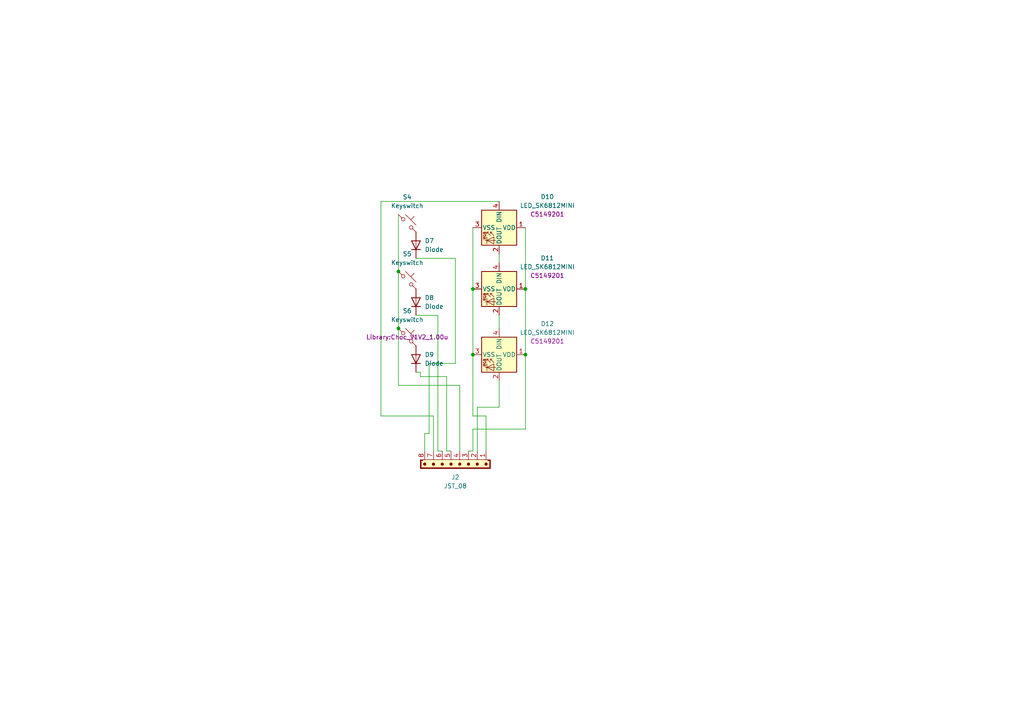
<source format=kicad_sch>
(kicad_sch (version 20250114) (generator "eeschema") (generator_version "9.0")
  (paper "A4")
  (lib_symbols
    (symbol "PCM_SL_Connectors:JST_08"
      (property "Reference" "J" (at 0 15.24 0))
      (property "Value" "JST_08" (at 0 12.7 0))
      (symbol "JST_08_0_1"
        (rectangle (start -1.27 10.16) (end 1.27 -10.16) (fill (type background)))
        (polyline (pts (xy -1.27 -9.398) (xy -1.27 -10.16) (xy 1.27 -10.16) (xy 1.27 -9.398) (xy 1.016 -9.398) (xy 1.016 -9.906) (xy -1.016 -9.906) (xy -1.016 -9.398) (xy -1.27 -9.398)) (fill (type outline)))
        (circle (center 0 8.89) (radius 0.381) (fill (type outline)))
        (circle (center 0 6.35) (radius 0.381) (fill (type outline)))
        (circle (center 0 3.81) (radius 0.381) (fill (type outline)))
        (circle (center 0 1.27) (radius 0.381) (fill (type outline)))
        (circle (center 0 -1.27) (radius 0.381) (fill (type outline)))
        (circle (center 0 -3.81) (radius 0.381) (fill (type outline)))
        (circle (center 0 -6.35) (radius 0.381) (fill (type outline)))
        (circle (center 0 -8.89) (radius 0.381) (fill (type outline)))
        (rectangle (start 1.016 9.398) (end 1.27 -9.398) (fill (type outline)))
        (rectangle (start 1.016 -4.318) (end 1.27 -4.318))
        (polyline (pts (xy 1.27 9.398) (xy 1.27 10.16) (xy -1.27 10.16) (xy -1.27 9.398) (xy -1.016 9.398) (xy -1.016 9.906) (xy 1.016 9.906) (xy 1.016 9.398) (xy 1.27 9.398)) (fill (type outline)))
      )
      (symbol "JST_08_1_1"
        (pin passive line (at -3.81 8.89 0) (length 2.54) (name "") (number "1"))
        (pin passive line (at -3.81 6.35 0) (length 2.54) (name "") (number "2"))
        (pin passive line (at -3.81 3.81 0) (length 2.54) (name "") (number "3"))
        (pin passive line (at -3.81 1.27 0) (length 2.54) (name "") (number "4"))
        (pin passive line (at -3.81 -1.27 0) (length 2.54) (name "") (number "5"))
        (pin passive line (at -3.81 -3.81 0) (length 2.54) (name "") (number "6"))
        (pin passive line (at -3.81 -6.35 0) (length 2.54) (name "") (number "7"))
        (pin passive line (at -3.81 -8.89 0) (length 2.54) (name "") (number "8"))
      )
    )
    (symbol "ScottoKeebs:LED_SK6812MINI" (pin_names (offset 0.254))
      (property "Reference" "D" (at 2.032 5.588 0))
      (property "Value" "LED_SK6812MINI" (at 1.27 -5.715 0))
      (property "LCSC" "C5149201" (at 0 0 0))
      (symbol "LED_SK6812MINI_0_0"
        (text "RGB" (at 2.286 -4.191 0) (effects (font (size 0.762 0.762))))
      )
      (symbol "LED_SK6812MINI_0_1"
        (rectangle (start -5.08 5.08) (end 5.08 -5.08) (stroke (width 0.254)) (fill (type background)))
        (polyline (pts (xy 1.27 -2.54) (xy 1.778 -2.54)))
        (polyline (pts (xy 1.27 -3.556) (xy 1.778 -3.556)))
        (polyline (pts (xy 2.286 -1.524) (xy 1.27 -2.54) (xy 1.27 -2.032)))
        (polyline (pts (xy 2.286 -2.54) (xy 1.27 -3.556) (xy 1.27 -3.048)))
        (polyline (pts (xy 3.683 -1.016) (xy 3.683 -3.556) (xy 3.683 -4.064)))
        (polyline (pts (xy 4.699 -1.524) (xy 2.667 -1.524) (xy 3.683 -3.556) (xy 4.699 -1.524)))
        (polyline (pts (xy 4.699 -3.556) (xy 2.667 -3.556)))
      )
      (symbol "LED_SK6812MINI_1_1"
        (pin input line (at -7.62 0 0) (length 2.54) (name "DIN") (number "4"))
        (pin power_in line (at 0 7.62 270) (length 2.54) (name "VDD") (number "1"))
        (pin power_in line (at 0 -7.62 90) (length 2.54) (name "VSS") (number "3"))
        (pin output line (at 7.62 0 180) (length 2.54) (name "DOUT") (number "2"))
      )
    )
    (symbol "ScottoKeebs:Placeholder_Diode" (pin_numbers (hide yes)) (pin_names (hide yes))
      (property "Reference" "D" (at 0 2.54 0))
      (property "Value" "Diode" (at 0 -2.54 0))
      (symbol "Placeholder_Diode_0_1"
        (polyline (pts (xy -1.27 1.27) (xy -1.27 -1.27)) (stroke (width 0.254)))
        (polyline (pts (xy 1.27 1.27) (xy 1.27 -1.27) (xy -1.27 0) (xy 1.27 1.27)) (stroke (width 0.254)))
        (polyline (pts (xy 1.27 0) (xy -1.27 0)))
      )
      (symbol "Placeholder_Diode_1_1"
        (pin passive line (at -3.81 0 0) (length 2.54) (name "K") (number "1"))
        (pin passive line (at 3.81 0 180) (length 2.54) (name "A") (number "2"))
      )
    )
    (symbol "ScottoKeebs:Placeholder_Keyswitch" (pin_numbers (hide yes)) (pin_names (offset 1.016) (hide yes))
      (property "Reference" "S" (at 3.048 1.016 0))
      (property "Value" "Keyswitch" (at 0 -3.81 0))
      (symbol "Placeholder_Keyswitch_0_1"
        (polyline (pts (xy -2.54 2.54) (xy -1.524 1.524) (xy -1.524 1.524)))
        (circle (center -1.1684 1.1684) (radius 0.508))
        (polyline (pts (xy -0.508 2.54) (xy 2.54 -0.508)))
        (polyline (pts (xy 1.016 1.016) (xy 2.032 2.032)))
        (circle (center 1.143 -1.1938) (radius 0.508))
        (polyline (pts (xy 1.524 -1.524) (xy 2.54 -2.54) (xy 2.54 -2.54) (xy 2.54 -2.54)))
        (pin passive line (at -2.54 2.54 0) (length 0) (name "1") (number "1"))
        (pin passive line (at 2.54 -2.54 180) (length 0) (name "2") (number "2"))
      )
    )
  )
  (junction (at 137.16 83.82))
  (junction (at 152.4 83.82))
  (junction (at 115.57 95.25))
  (junction (at 115.57 78.74))
  (junction (at 152.4 102.87))
  (junction (at 137.16 102.87))
  (wire (pts (xy 125.73 120.65) (xy 125.73 130.81)))
  (wire (pts (xy 115.57 78.74) (xy 115.57 95.25)))
  (wire (pts (xy 124.46 105.41) (xy 124.46 125.73)))
  (wire (pts (xy 110.49 58.42) (xy 110.49 120.65)))
  (wire (pts (xy 152.4 83.82) (xy 152.4 102.87)))
  (wire (pts (xy 137.16 124.46) (xy 137.16 130.81)))
  (wire (pts (xy 115.57 62.23) (xy 115.57 78.74)))
  (wire (pts (xy 120.65 107.95) (xy 121.92 107.95)))
  (wire (pts (xy 121.92 107.95) (xy 121.92 109.22)))
  (wire (pts (xy 127 130.81) (xy 128.27 130.81)))
  (wire (pts (xy 115.57 95.25) (xy 115.57 111.76)))
  (wire (pts (xy 138.43 118.11) (xy 138.43 130.81)))
  (wire (pts (xy 144.78 110.49) (xy 144.78 118.11)))
  (wire (pts (xy 137.16 130.81) (xy 135.89 130.81)))
  (wire (pts (xy 124.46 125.73) (xy 123.19 125.73)))
  (wire (pts (xy 137.16 66.04) (xy 137.16 83.82)))
  (wire (pts (xy 132.08 74.93) (xy 132.08 105.41)))
  (wire (pts (xy 144.78 91.44) (xy 144.78 95.25)))
  (wire (pts (xy 121.92 109.22) (xy 129.54 109.22)))
  (wire (pts (xy 144.78 73.66) (xy 144.78 76.2)))
  (wire (pts (xy 123.19 125.73) (xy 123.19 130.81)))
  (wire (pts (xy 110.49 58.42) (xy 144.78 58.42)))
  (wire (pts (xy 137.16 102.87) (xy 137.16 120.65)))
  (wire (pts (xy 120.65 91.44) (xy 127 91.44)))
  (wire (pts (xy 120.65 74.93) (xy 132.08 74.93)))
  (wire (pts (xy 137.16 120.65) (xy 140.97 120.65)))
  (wire (pts (xy 152.4 124.46) (xy 137.16 124.46)))
  (wire (pts (xy 152.4 102.87) (xy 152.4 124.46)))
  (wire (pts (xy 132.08 105.41) (xy 124.46 105.41)))
  (wire (pts (xy 127 91.44) (xy 127 130.81)))
  (wire (pts (xy 152.4 66.04) (xy 152.4 83.82)))
  (wire (pts (xy 133.35 111.76) (xy 133.35 130.81)))
  (wire (pts (xy 115.57 111.76) (xy 133.35 111.76)))
  (wire (pts (xy 140.97 120.65) (xy 140.97 130.81)))
  (wire (pts (xy 129.54 109.22) (xy 129.54 130.81)))
  (wire (pts (xy 137.16 83.82) (xy 137.16 102.87)))
  (wire (pts (xy 129.54 130.81) (xy 130.81 130.81)))
  (wire (pts (xy 110.49 120.65) (xy 125.73 120.65)))
  (wire (pts (xy 144.78 118.11) (xy 138.43 118.11)))
  (symbol (lib_id "ScottoKeebs:Placeholder_Diode") (at 120.65 71.12 90) (unit 1)
    (property "Reference" "D7" (at 123.19 69.8499 90) (effects (justify right)))
    (property "Value" "Diode" (at 123.19 72.3899 90) (effects (justify right)))
    (property "Footprint" "Library:DualDiode" (effects (hide yes)))
    (property "Description" "1N4148 (DO-35) or 1N4148W (SOD-123)" (effects (hide yes)))
    (property "Sim.Device" "D" (effects (hide yes)))
    (property "Sim.Pins" "1=K 2=A" (effects (hide yes)))
  )
  (symbol (lib_id "ScottoKeebs:Placeholder_Keyswitch") (at 118.11 81.28 0) (unit 1)
    (property "Reference" "S5" (at 118.11 73.66 0))
    (property "Value" "Keyswitch" (at 118.11 76.2 0))
    (property "Footprint" "Library:Choc_V1V2_1.00u" (effects (hide yes)))
    (property "Description" "Push button switch, normally open, two pins, 45° tilted" (effects (hide yes)))
  )
  (symbol (lib_id "PCM_SL_Connectors:JST_08") (at 132.08 134.62 270) (unit 1)
    (property "Reference" "J2" (at 132.08 138.43 90))
    (property "Value" "JST_08" (at 132.08 140.97 90))
    (property "Footprint" "Library:JST_EH_B8B-EH-A_1x08_P2.50mm_Vertical" (effects (hide yes)))
    (property "Description" "JST Connector  8 pins" (effects (hide yes)))
  )
  (symbol (lib_id "ScottoKeebs:Placeholder_Keyswitch") (at 118.11 64.77 0) (unit 1)
    (property "Reference" "S4" (at 118.11 57.15 0))
    (property "Value" "Keyswitch" (at 118.11 59.69 0))
    (property "Footprint" "Library:Choc_V1V2_1.00u" (effects (hide yes)))
    (property "Description" "Push button switch, normally open, two pins, 45° tilted" (effects (hide yes)))
  )
  (symbol (lib_id "ScottoKeebs:LED_SK6812MINI") (at 144.78 83.82 270) (unit 1)
    (property "Reference" "D11" (at 158.75 74.8598 90))
    (property "Value" "LED_SK6812MINI" (at 158.75 77.3998 90))
    (property "Footprint" "Library:SK6812Mini-E" (effects (hide yes)))
    (property "Datasheet" "https://cdn-shop.adafruit.com/product-files/2686/SK6812MINI_REV.01-1-2.pdf" (effects (hide yes)))
    (property "Description" "RGB LED with integrated controller" (effects (hide yes)))
    (property "LCSC" "C5149201" (at 158.75 79.9398 90))
  )
  (symbol (lib_id "ScottoKeebs:Placeholder_Diode") (at 120.65 87.63 90) (unit 1)
    (property "Reference" "D8" (at 123.19 86.3599 90) (effects (justify right)))
    (property "Value" "Diode" (at 123.19 88.8999 90) (effects (justify right)))
    (property "Footprint" "Library:DualDiode" (effects (hide yes)))
    (property "Description" "1N4148 (DO-35) or 1N4148W (SOD-123)" (effects (hide yes)))
    (property "Sim.Device" "D" (effects (hide yes)))
    (property "Sim.Pins" "1=K 2=A" (effects (hide yes)))
  )
  (symbol (lib_id "ScottoKeebs:LED_SK6812MINI") (at 144.78 102.87 270) (unit 1)
    (property "Reference" "D12" (at 158.75 93.9098 90))
    (property "Value" "LED_SK6812MINI" (at 158.75 96.4498 90))
    (property "Footprint" "Library:SK6812Mini-E" (effects (hide yes)))
    (property "Datasheet" "https://cdn-shop.adafruit.com/product-files/2686/SK6812MINI_REV.01-1-2.pdf" (effects (hide yes)))
    (property "Description" "RGB LED with integrated controller" (effects (hide yes)))
    (property "LCSC" "C5149201" (at 158.75 98.9898 90))
  )
  (symbol (lib_id "ScottoKeebs:Placeholder_Keyswitch") (at 118.11 97.79 0) (unit 1)
    (property "Reference" "S6" (at 118.11 90.17 0))
    (property "Value" "Keyswitch" (at 118.11 92.71 0))
    (property "Footprint" "Library:Choc_V1V2_1.00u" (at 118.11 97.79 0))
    (property "Description" "Push button switch, normally open, two pins, 45° tilted" (effects (hide yes)))
  )
  (symbol (lib_id "ScottoKeebs:Placeholder_Diode") (at 120.65 104.14 90) (unit 1)
    (property "Reference" "D9" (at 123.19 102.8699 90) (effects (justify right)))
    (property "Value" "Diode" (at 123.19 105.4099 90) (effects (justify right)))
    (property "Footprint" "Library:DualDiode" (effects (hide yes)))
    (property "Description" "1N4148 (DO-35) or 1N4148W (SOD-123)" (effects (hide yes)))
    (property "Sim.Device" "D" (effects (hide yes)))
    (property "Sim.Pins" "1=K 2=A" (effects (hide yes)))
  )
  (symbol (lib_id "ScottoKeebs:LED_SK6812MINI") (at 144.78 66.04 270) (unit 1)
    (property "Reference" "D10" (at 158.75 57.0798 90))
    (property "Value" "LED_SK6812MINI" (at 158.75 59.6198 90))
    (property "Footprint" "Library:SK6812Mini-E" (effects (hide yes)))
    (property "Datasheet" "https://cdn-shop.adafruit.com/product-files/2686/SK6812MINI_REV.01-1-2.pdf" (effects (hide yes)))
    (property "Description" "RGB LED with integrated controller" (effects (hide yes)))
    (property "LCSC" "C5149201" (at 158.75 62.1598 90))
  )
)
</source>
